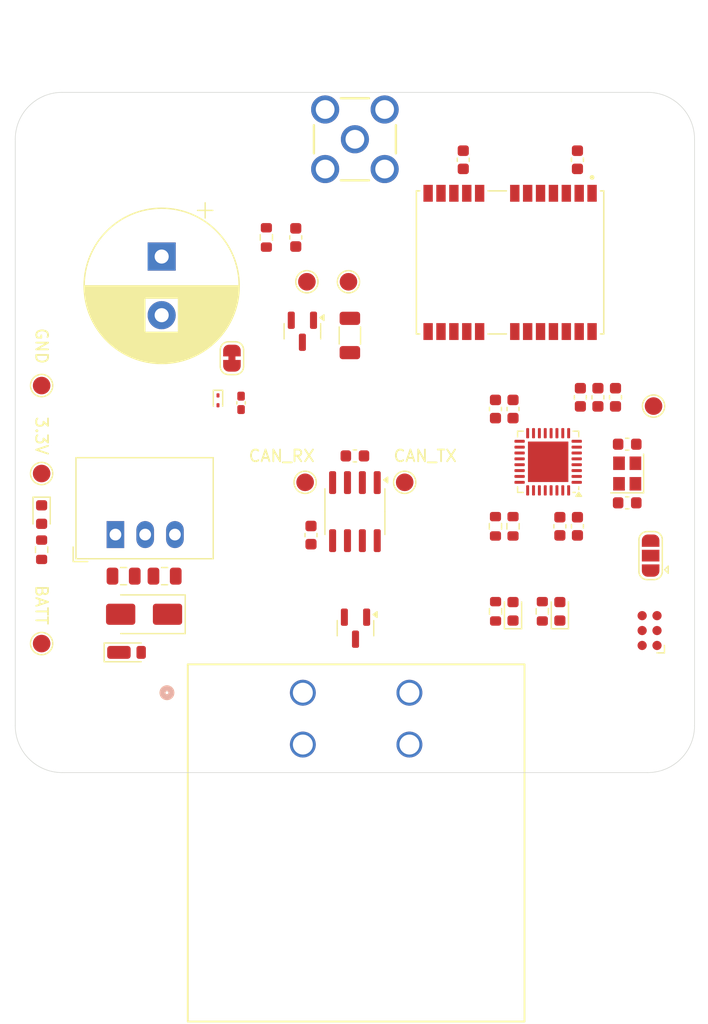
<source format=kicad_pcb>
(kicad_pcb (version 20241229) (generator "pcbnew") (generator_version "9.0")
  (layers (0 "F.Cu" signal) (2 "B.Cu" signal) (13 "F.Paste" user) (15 "B.Paste" user) (5 "F.SilkS" user "F.Silkscreen") (7 "B.SilkS" user "B.Silkscreen") (1 "F.Mask" user) (3 "B.Mask" user) (25 "Edge.Cuts" user))
  (net 0 "")
  (net 1 "+3V3")
  (net 2 "GND")
  (net 3 "/Microcontroller/NRST")
  (net 4 "/Microcontroller/OSC_IN")
  (net 5 "/Microcontroller/OSC_OUT")
  (net 6 "+BATT")
  (net 7 "+3.3V")
  (net 8 "Net-(D1-A)")
  (net 9 "Net-(D2-A)")
  (net 10 "/CAN_N")
  (net 11 "/CAN_P")
  (net 12 "+BATT_BCKP")
  (net 13 "Net-(C14-Pad1)")
  (net 14 "Net-(D6-K)")
  (net 16 "Net-(D4-Pad2)")
  (net 17 "/GPS Module/RF_IN")
  (net 18 "Net-(D8-A)")
  (net 19 "Net-(JP2-A)")
  (net 20 "/UART_MCU_RX")
  (net 21 "/UART_MCU_TX")
  (net 22 "/GPS Module/VCC_RF")
  (net 23 "/GNSS_WAKE_ON_MOTION")
  (net 25 "/GNSS_TIMEPULSE")
  (net 29 "Net-(J2-Pin_2)")
  (net 30 "Net-(J2-Pin_4)")
  (net 31 "/Microcontroller/BOOT0")
  (net 32 "/Microcontroller/SWDIO")
  (net 33 "/Microcontroller/SWCLK")
  (net 34 "/Microcontroller/LED_STATUS_1")
  (net 35 "/Microcontroller/LED_STATUS_2")
  (net 41 "/GNSS_RESET")
  (net 44 "/CAN_TX")
  (net 45 "/CAN_RX")
  (net 52 "/CAN_STANDBY")
  (footprint "can_gps_device:ATF13-4P-BM13_AMP" (layer "F.Cu") (at 150.1049 124.400302)
    (property "Reference" "J1" (hide yes))
    (property "Value" "Conn_01x04")
    (pad "" np_thru_hole circle (at -10.414998 -0.000001) (size 2.3876 2.3876) (drill 2.3876) (layers "*.Cu" "*.Mask"))
    (pad "" np_thru_hole circle (at 10.414998 -0.000001) (size 2.3876 2.3876) (drill 2.3876) (layers "*.Cu" "*.Mask"))
    (pad "1" thru_hole circle (at -4.550001 -2.21) (size 2.2098 2.2098) (drill 1.7018) (layers "*.Cu" "*.Mask") (net 6 "+BATT"))
    (pad "2" thru_hole circle (at 4.550001 -2.21) (size 2.2098 2.2098) (drill 1.7018) (layers "*.Cu" "*.Mask") (net 11 "/CAN_P"))
    (pad "3" thru_hole circle (at -4.550001 2.21) (size 2.2098 2.2098) (drill 1.7018) (layers "*.Cu" "*.Mask") (net 10 "/CAN_N"))
    (pad "4" thru_hole circle (at 4.550001 2.21) (size 2.2098 2.2098) (drill 1.7018) (layers "*.Cu" "*.Mask") (net 2 "GND"))
  )
  (footprint "Connector:Tag-Connect_TC2030-IDC-NL_2x03_P1.27mm_Vertical" (layer "F.Cu") (at 175.16 116.89 90)
    (property "Reference" "J2" (hide yes))
    (property "Value" "TC2030")
    (pad "" np_thru_hole circle (at -2.54 0 90) (size 0.9906 0.9906) (drill 0.9906) (layers "*.Cu" "*.Mask"))
    (pad "" np_thru_hole circle (at 2.54 -1.016 90) (size 0.9906 0.9906) (drill 0.9906) (layers "*.Cu" "*.Mask"))
    (pad "" np_thru_hole circle (at 2.54 1.016 90) (size 0.9906 0.9906) (drill 0.9906) (layers "*.Cu" "*.Mask"))
    (pad "1" connect circle (at -1.27 0.635 90) (size 0.7874 0.7874) (layers "F.Cu" "F.Mask") (net 7 "+3.3V"))
    (pad "2" connect circle (at -1.27 -0.635 90) (size 0.7874 0.7874) (layers "F.Cu" "F.Mask") (net 29 "Net-(J2-Pin_2)"))
    (pad "3" connect circle (at 0 0.635 90) (size 0.7874 0.7874) (layers "F.Cu" "F.Mask") (net 3 "/Microcontroller/NRST"))
    (pad "4" connect circle (at 0 -0.635 90) (size 0.7874 0.7874) (layers "F.Cu" "F.Mask") (net 30 "Net-(J2-Pin_4)"))
    (pad "5" connect circle (at 1.27 0.635 90) (size 0.7874 0.7874) (layers "F.Cu" "F.Mask") (net 2 "GND"))
    (pad "6" connect circle (at 1.27 -0.635 90) (size 0.7874 0.7874) (layers "F.Cu" "F.Mask"))
  )
  (footprint "Resistor_SMD:R_0603_1608Metric" (layer "F.Cu") (at 166 115.25 -90)
    (property "Reference" "R3" (hide yes))
    (property "Value" "1k")
    (pad "1" smd roundrect (at -0.825 0 270) (size 0.8 0.95) (layers "F.Cu" "F.Mask" "F.Paste") (net 34 "/Microcontroller/LED_STATUS_1"))
    (pad "2" smd roundrect (at 0.825 0 270) (size 0.8 0.95) (layers "F.Cu" "F.Mask" "F.Paste") (net 8 "Net-(D1-A)"))
  )
  (footprint "Capacitor_SMD:C_0603_1608Metric" (layer "F.Cu") (at 172.25 97 90)
    (property "Reference" "C2" (hide yes))
    (property "Value" "0.1uF")
    (pad "1" smd roundrect (at -0.775 0 90) (size 0.9 0.95) (layers "F.Cu" "F.Mask" "F.Paste") (net 3 "/Microcontroller/NRST"))
    (pad "2" smd roundrect (at 0.775 0 90) (size 0.9 0.95) (layers "F.Cu" "F.Mask" "F.Paste") (net 2 "GND"))
  )
  (footprint "Package_TO_SOT_SMD:SOT-23" (layer "F.Cu") (at 145.515 91.370215 -90)
    (property "Reference" "D4" (hide yes))
    (property "Value" "BAT54A")
    (pad "1" smd roundrect (at -0.9375 -0.95 270) (size 1.475 0.6) (layers "F.Cu" "F.Mask" "F.Paste"))
    (pad "2" smd roundrect (at -0.9375 0.95 270) (size 1.475 0.6) (layers "F.Cu" "F.Mask" "F.Paste") (net 16 "Net-(D4-Pad2)"))
    (pad "3" smd roundrect (at 0.9375 0 270) (size 1.475 0.6) (layers "F.Cu" "F.Mask" "F.Paste") (net 7 "+3.3V"))
  )
  (footprint "TestPoint:TestPoint_Pad_D1.5mm" (layer "F.Cu") (at 145.75 104.25)
    (property "Reference" "TP2" (hide yes))
    (property "Value" "CAN_RX")
    (pad "1" smd circle (at 0 0) (size 1.5 1.5) (layers "F.Cu" "F.Mask") (net 45 "/CAN_RX"))
  )
  (footprint "TestPoint:TestPoint_Pad_D1.5mm" (layer "F.Cu") (at 145.9 87.150215 -90)
    (property "Reference" "MCU_TX1" (hide yes))
    (property "Value" "TestPoint")
    (pad "1" smd circle (at 0 0 270) (size 1.5 1.5) (layers "F.Cu" "F.Mask") (net 21 "/UART_MCU_TX"))
  )
  (footprint "LED_SMD:LED_0603_1608Metric" (layer "F.Cu") (at 167.5 115.25 90)
    (property "Reference" "D1" (hide yes))
    (property "Value" "Green LED")
    (pad "1" smd roundrect (at -0.7875 0 90) (size 0.875 0.95) (layers "F.Cu" "F.Mask" "F.Paste") (net 2 "GND"))
    (pad "2" smd roundrect (at 0.7875 0 90) (size 0.875 0.95) (layers "F.Cu" "F.Mask" "F.Paste") (net 8 "Net-(D1-A)"))
  )
  (footprint "Crystal:Crystal_SMD_2520-4Pin_2.5x2.0mm" (layer "F.Cu") (at 173.25 103.5 90)
    (property "Reference" "Y1" (hide yes))
    (property "Value" "ECS-160-10-36Q-AES-TR")
    (pad "1" smd rect (at -0.875 0.7 90) (size 1.15 1) (layers "F.Cu" "F.Mask" "F.Paste") (net 4 "/Microcontroller/OSC_IN"))
    (pad "2" smd rect (at 0.875 0.7 90) (size 1.15 1) (layers "F.Cu" "F.Mask" "F.Paste") (net 2 "GND"))
    (pad "3" smd rect (at 0.875 -0.7 90) (size 1.15 1) (layers "F.Cu" "F.Mask" "F.Paste") (net 5 "/Microcontroller/OSC_OUT"))
    (pad "4" smd rect (at -0.875 -0.7 90) (size 1.15 1) (layers "F.Cu" "F.Mask" "F.Paste") (net 2 "GND"))
  )
  (footprint "Converter_DCDC:Converter_DCDC_RECOM_R-78E-0.5_THT" (layer "F.Cu") (at 129.5525 108.7075)
    (property "Reference" "U4" (hide yes))
    (property "Value" "R-78E3.3-0.5")
    (pad "1" thru_hole rect (at 0 0) (size 1.5 2.3) (drill 1) (layers "*.Cu" "*.Mask") (net 14 "Net-(D6-K)"))
    (pad "2" thru_hole oval (at 2.54 0) (size 1.5 2.3) (drill 1) (layers "*.Cu" "*.Mask") (net 2 "GND"))
    (pad "3" thru_hole oval (at 5.08 0) (size 1.5 2.3) (drill 1) (layers "*.Cu" "*.Mask") (net 1 "+3V3"))
  )
  (footprint "Package_TO_SOT_SMD:SOT-23" (layer "F.Cu") (at 150.05 116.6875 -90)
    (property "Reference" "D3" (hide yes))
    (property "Value" "NUP2105L")
    (pad "1" smd roundrect (at -0.9375 -0.95 270) (size 1.475 0.6) (layers "F.Cu" "F.Mask" "F.Paste") (net 11 "/CAN_P"))
    (pad "2" smd roundrect (at -0.9375 0.95 270) (size 1.475 0.6) (layers "F.Cu" "F.Mask" "F.Paste") (net 10 "/CAN_N"))
    (pad "3" smd roundrect (at 0.9375 0 270) (size 1.475 0.6) (layers "F.Cu" "F.Mask" "F.Paste") (net 2 "GND"))
  )
  (footprint "Package_DFN_QFN:QFN-32-1EP_5x5mm_P0.5mm_EP3.45x3.45mm" (layer "F.Cu") (at 166.5 102.5 180)
    (property "Reference" "U1" (hide yes))
    (property "Value" "STM32F042K6Ux")
    (pad "1" smd roundrect (at -2.4375 -1.75 180) (size 0.875 0.25) (layers "F.Cu" "F.Mask" "F.Paste") (net 7 "+3.3V"))
    (pad "2" smd roundrect (at -2.4375 -1.25 180) (size 0.875 0.25) (layers "F.Cu" "F.Mask" "F.Paste") (net 4 "/Microcontroller/OSC_IN"))
    (pad "3" smd roundrect (at -2.4375 -0.75 180) (size 0.875 0.25) (layers "F.Cu" "F.Mask" "F.Paste") (net 5 "/Microcontroller/OSC_OUT"))
    (pad "4" smd roundrect (at -2.4375 -0.25 180) (size 0.875 0.25) (layers "F.Cu" "F.Mask" "F.Paste") (net 3 "/Microcontroller/NRST"))
    (pad "5" smd roundrect (at -2.4375 0.25 180) (size 0.875 0.25) (layers "F.Cu" "F.Mask" "F.Paste") (net 7 "+3.3V"))
    (pad "6" smd roundrect (at -2.4375 0.75 180) (size 0.875 0.25) (layers "F.Cu" "F.Mask" "F.Paste"))
    (pad "7" smd roundrect (at -2.4375 1.25 180) (size 0.875 0.25) (layers "F.Cu" "F.Mask" "F.Paste"))
    (pad "8" smd roundrect (at -2.4375 1.75 180) (size 0.875 0.25) (layers "F.Cu" "F.Mask" "F.Paste"))
    (pad "9" smd roundrect (at -1.75 2.4375 180) (size 0.25 0.875) (layers "F.Cu" "F.Mask" "F.Paste"))
    (pad "10" smd roundrect (at -1.25 2.4375 180) (size 0.25 0.875) (layers "F.Cu" "F.Mask" "F.Paste"))
    (pad "11" smd roundrect (at -0.75 2.4375 180) (size 0.25 0.875) (layers "F.Cu" "F.Mask" "F.Paste"))
    (pad "12" smd roundrect (at -0.25 2.4375 180) (size 0.25 0.875) (layers "F.Cu" "F.Mask" "F.Paste"))
    (pad "13" smd roundrect (at 0.25 2.4375 180) (size 0.25 0.875) (layers "F.Cu" "F.Mask" "F.Paste"))
    (pad "14" smd roundrect (at 0.75 2.4375 180) (size 0.25 0.875) (layers "F.Cu" "F.Mask" "F.Paste") (net 25 "/GNSS_TIMEPULSE"))
    (pad "15" smd roundrect (at 1.25 2.4375 180) (size 0.25 0.875) (layers "F.Cu" "F.Mask" "F.Paste") (net 41 "/GNSS_RESET"))
    (pad "16" smd roundrect (at 1.75 2.4375 180) (size 0.25 0.875) (layers "F.Cu" "F.Mask" "F.Paste") (net 23 "/GNSS_WAKE_ON_MOTION"))
    (pad "17" smd roundrect (at 2.4375 1.75 180) (size 0.875 0.25) (layers "F.Cu" "F.Mask" "F.Paste") (net 7 "+3.3V"))
    (pad "18" smd roundrect (at 2.4375 1.25 180) (size 0.875 0.25) (layers "F.Cu" "F.Mask" "F.Paste"))
    (pad "19" smd roundrect (at 2.4375 0.75 180) (size 0.875 0.25) (layers "F.Cu" "F.Mask" "F.Paste") (net 21 "/UART_MCU_TX"))
    (pad "20" smd roundrect (at 2.4375 0.25 180) (size 0.875 0.25) (layers "F.Cu" "F.Mask" "F.Paste") (net 20 "/UART_MCU_RX"))
    (pad "21" smd roundrect (at 2.4375 -0.25 180) (size 0.875 0.25) (layers "F.Cu" "F.Mask" "F.Paste") (net 45 "/CAN_RX"))
    (pad "22" smd roundrect (at 2.4375 -0.75 180) (size 0.875 0.25) (layers "F.Cu" "F.Mask" "F.Paste") (net 44 "/CAN_TX"))
    (pad "23" smd roundrect (at 2.4375 -1.25 180) (size 0.875 0.25) (layers "F.Cu" "F.Mask" "F.Paste") (net 32 "/Microcontroller/SWDIO"))
    (pad "24" smd roundrect (at 2.4375 -1.75 180) (size 0.875 0.25) (layers "F.Cu" "F.Mask" "F.Paste") (net 33 "/Microcontroller/SWCLK"))
    (pad "25" smd roundrect (at 1.75 -2.4375 180) (size 0.25 0.875) (layers "F.Cu" "F.Mask" "F.Paste") (net 52 "/CAN_STANDBY"))
    (pad "26" smd roundrect (at 1.25 -2.4375 180) (size 0.25 0.875) (layers "F.Cu" "F.Mask" "F.Paste") (net 35 "/Microcontroller/LED_STATUS_2"))
    (pad "27" smd roundrect (at 0.75 -2.4375 180) (size 0.25 0.875) (layers "F.Cu" "F.Mask" "F.Paste") (net 34 "/Microcontroller/LED_STATUS_1"))
    (pad "28" smd roundrect (at 0.25 -2.4375 180) (size 0.25 0.875) (layers "F.Cu" "F.Mask" "F.Paste"))
    (pad "29" smd roundrect (at -0.25 -2.4375 180) (size 0.25 0.875) (layers "F.Cu" "F.Mask" "F.Paste"))
    (pad "30" smd roundrect (at -0.75 -2.4375 180) (size 0.25 0.875) (layers "F.Cu" "F.Mask" "F.Paste"))
    (pad "31" smd roundrect (at -1.25 -2.4375 180) (size 0.25 0.875) (layers "F.Cu" "F.Mask" "F.Paste") (net 31 "/Microcontroller/BOOT0"))
    (pad "32" smd roundrect (at -1.75 -2.4375 180) (size 0.25 0.875) (layers "F.Cu" "F.Mask" "F.Paste"))
    (pad "33" smd rect (at 0 0 180) (size 3.45 3.45) (property pad_prop_heatsink) (layers "F.Cu" "F.Mask") (net 2 "GND"))
  )
  (footprint "Package_SO:SOIC-8_3.9x4.9mm_P1.27mm" (layer "F.Cu") (at 150 106.75 -90)
    (property "Reference" "U2" (hide yes))
    (property "Value" "TCAN3403DRQ1")
    (pad "1" smd roundrect (at -2.475 -1.905 270) (size 1.95 0.6) (layers "F.Cu" "F.Mask" "F.Paste") (net 44 "/CAN_TX"))
    (pad "2" smd roundrect (at -2.475 -0.635 270) (size 1.95 0.6) (layers "F.Cu" "F.Mask" "F.Paste") (net 2 "GND"))
    (pad "3" smd roundrect (at -2.475 0.635 270) (size 1.95 0.6) (layers "F.Cu" "F.Mask" "F.Paste") (net 1 "+3V3"))
    (pad "4" smd roundrect (at -2.475 1.905 270) (size 1.95 0.6) (layers "F.Cu" "F.Mask" "F.Paste") (net 45 "/CAN_RX"))
    (pad "5" smd roundrect (at 2.475 1.905 270) (size 1.95 0.6) (layers "F.Cu" "F.Mask" "F.Paste") (net 1 "+3V3"))
    (pad "6" smd roundrect (at 2.475 0.635 270) (size 1.95 0.6) (layers "F.Cu" "F.Mask" "F.Paste") (net 10 "/CAN_N"))
    (pad "7" smd roundrect (at 2.475 -0.635 270) (size 1.95 0.6) (layers "F.Cu" "F.Mask" "F.Paste") (net 11 "/CAN_P"))
    (pad "8" smd roundrect (at 2.475 -1.905 270) (size 1.95 0.6) (layers "F.Cu" "F.Mask" "F.Paste") (net 52 "/CAN_STANDBY"))
  )
  (footprint "TestPoint:TestPoint_Pad_D1.5mm" (layer "F.Cu") (at 123.25 96)
    (property "Reference" "GND1" (hide yes))
    (property "Value" "TestPoint")
    (pad "1" smd circle (at 0 0) (size 1.5 1.5) (layers "F.Cu" "F.Mask") (net 2 "GND"))
  )
  (footprint "Resistor_SMD:R_1206_3216Metric" (layer "F.Cu") (at 149.57 91.730215 -90)
    (property "Reference" "R5" (hide yes))
    (property "Value" "22 1/2 W 1206")
    (pad "1" smd roundrect (at -1.4625 0 270) (size 1.125 1.75) (layers "F.Cu" "F.Mask" "F.Paste") (roundrect_rratio 0.222222) (net 13 "Net-(C14-Pad1)"))
    (pad "2" smd roundrect (at 1.4625 0 270) (size 1.125 1.75) (layers "F.Cu" "F.Mask" "F.Paste") (roundrect_rratio 0.222222) (net 22 "/GPS Module/VCC_RF"))
  )
  (footprint "Resistor_SMD:R_0603_1608Metric" (layer "F.Cu") (at 162 108 90)
    (property "Reference" "R1" (hide yes))
    (property "Value" "22")
    (pad "1" smd roundrect (at -0.825 0 90) (size 0.8 0.95) (layers "F.Cu" "F.Mask" "F.Paste") (net 29 "Net-(J2-Pin_2)"))
    (pad "2" smd roundrect (at 0.825 0 90) (size 0.8 0.95) (layers "F.Cu" "F.Mask" "F.Paste") (net 32 "/Microcontroller/SWDIO"))
  )
  (footprint "can_gps_device:SAMTEC_SMA-J-P-X-RA-TH1" (layer "F.Cu") (at 150 75 -90)
    (property "Reference" "J3" (hide yes))
    (property "Value" "SMA-J-P-X-RA-TH1")
    (pad "1" thru_hole circle (at 0 0 270) (size 2.4 2.4) (drill 1.6) (layers "*.Cu" "*.Mask") (net 17 "/GPS Module/RF_IN"))
    (pad "2" thru_hole circle (at 2.54 2.54 270) (size 2.4 2.4) (drill 1.6) (layers "*.Cu" "*.Mask") (net 2 "GND"))
    (pad "3" thru_hole circle (at 2.54 -2.54 270) (size 2.4 2.4) (drill 1.6) (layers "*.Cu" "*.Mask") (net 2 "GND"))
    (pad "4" thru_hole circle (at -2.54 -2.54 270) (size 2.4 2.4) (drill 1.6) (layers "*.Cu" "*.Mask") (net 2 "GND"))
    (pad "5" thru_hole circle (at -2.54 2.54 270) (size 2.4 2.4) (drill 1.6) (layers "*.Cu" "*.Mask") (net 2 "GND"))
  )
  (footprint "Inductor_SMD:L_0402_1005Metric_Pad0.77x0.64mm_HandSolder" (layer "F.Cu") (at 140.28 97.475215 -90)
    (property "Reference" "L1" (hide yes))
    (property "Value" "LQG15HN27NJ02D")
    (pad "1" smd roundrect (at -0.5725 0 270) (size 0.765 0.64) (layers "F.Cu" "F.Mask" "F.Paste") (net 17 "/GPS Module/RF_IN"))
    (pad "2" smd roundrect (at 0.5725 0 270) (size 0.765 0.64) (layers "F.Cu" "F.Mask" "F.Paste") (net 13 "Net-(C14-Pad1)"))
  )
  (footprint "Jumper:SolderJumper-2_P1.3mm_Bridged_RoundedPad1.0x1.5mm" (layer "F.Cu") (at 139.5 93.665215 -90)
    (property "Reference" "JP2" (hide yes))
    (property "Value" "Jumper_2_Bridged")
    (fp_poly (pts (xy 0.25 -0.3) (xy -0.25 -0.3) (xy -0.25 0.3) (xy 0.25 0.3)) (fill yes) (layer "F.Cu"))
    (pad "1" smd custom (at -0.65 0 270) (size 1 0.5) (layers "F.Cu" "F.Mask") (net 19 "Net-(JP2-A)") (options (clearance outline) (anchor rect)) (primitives (gr_circle (center 0 0.25) (end 0.5 0.25) (width 0) (fill yes)) (gr_circle (center 0 -0.25) (end 0.5 -0.25) (width 0) (fill yes)) (gr_poly (pts (xy 0.5 0.75) (xy 0 0.75) (xy 0 -0.75) (xy 0.5 -0.75)) (width 0) (fill yes))))
    (pad "2" smd custom (at 0.65 0 270) (size 1 0.5) (layers "F.Cu" "F.Mask") (net 12 "+BATT_BCKP") (options (clearance outline) (anchor rect)) (primitives (gr_circle (center 0 0.25) (end 0.5 0.25) (width 0) (fill yes)) (gr_circle (center 0 -0.25) (end 0.5 -0.25) (width 0) (fill yes)) (gr_poly (pts (xy 0 0.75) (xy -0.5 0.75) (xy -0.5 -0.75) (xy 0 -0.75)) (width 0) (fill yes))))
  )
  (footprint "Resistor_SMD:R_0603_1608Metric" (layer "F.Cu") (at 142.44 83.370215 -90)
    (property "Reference" "R6" (hide yes))
    (property "Value" "470")
    (pad "1" smd roundrect (at -0.825 0 270) (size 0.8 0.95) (layers "F.Cu" "F.Mask" "F.Paste") (net 16 "Net-(D4-Pad2)"))
    (pad "2" smd roundrect (at 0.825 0 270) (size 0.8 0.95) (layers "F.Cu" "F.Mask" "F.Paste") (net 12 "+BATT_BCKP"))
  )
  (footprint "TestPoint:TestPoint_Pad_D1.5mm" (layer "F.Cu") (at 123.25 103.5)
    (property "Reference" "3.3V1" (hide yes))
    (property "Value" "TestPoint")
    (pad "1" smd circle (at 0 0) (size 1.5 1.5) (layers "F.Cu" "F.Mask") (net 1 "+3V3"))
  )
  (footprint "Jumper:SolderJumper-3_P1.3mm_Open_RoundedPad1.0x1.5mm" (layer "F.Cu") (at 175.25 110.5 90)
    (property "Reference" "JP1" (hide yes))
    (property "Value" "Jumper_3_Open")
    (pad "1" smd custom (at -1.3 0 90) (size 1 0.5) (layers "F.Cu" "F.Mask") (net 2 "GND") (options (clearance outline) (anchor rect)) (primitives (gr_circle (center 0 0.25) (end 0.5 0.25) (width 0) (fill yes)) (gr_circle (center 0 -0.25) (end 0.5 -0.25) (width 0) (fill yes)) (gr_poly (pts (xy 0.55 0.75) (xy 0 0.75) (xy 0 -0.75) (xy 0.55 -0.75)) (width 0) (fill yes))))
    (pad "2" smd rect (at 0 0 90) (size 1 1.5) (layers "F.Cu" "F.Mask") (net 31 "/Microcontroller/BOOT0"))
    (pad "3" smd custom (at 1.3 0 90) (size 1 0.5) (layers "F.Cu" "F.Mask") (net 7 "+3.3V") (options (clearance outline) (anchor rect)) (primitives (gr_circle (center 0 0.25) (end 0.5 0.25) (width 0) (fill yes)) (gr_circle (center 0 -0.25) (end 0.5 -0.25) (width 0) (fill yes)) (gr_poly (pts (xy 0 0.75) (xy -0.55 0.75) (xy -0.55 -0.75) (xy 0 -0.75)) (width 0) (fill yes))))
  )
  (footprint "Capacitor_SMD:C_0603_1608Metric" (layer "F.Cu") (at 169.25 97 90)
    (property "Reference" "C7" (hide yes))
    (property "Value" "10nF")
    (pad "1" smd roundrect (at -0.775 0 90) (size 0.9 0.95) (layers "F.Cu" "F.Mask" "F.Paste") (net 7 "+3.3V"))
    (pad "2" smd roundrect (at 0.775 0 90) (size 0.9 0.95) (layers "F.Cu" "F.Mask" "F.Paste") (net 2 "GND"))
  )
  (footprint "MountingHole:MountingHole_3.2mm_M3" (layer "F.Cu") (at 125 75)
    (property "Reference" "H1" (hide yes))
    (property "Value" "MountingHole")
    (pad "" np_thru_hole circle (at 0 0) (size 3.2 3.2) (drill 3.2) (layers "*.Cu" "*.Mask"))
  )
  (footprint "Capacitor_SMD:C_0603_1608Metric" (layer "F.Cu") (at 169 76.75 90)
    (property "Reference" "C12" (hide yes))
    (property "Value" "1uF")
    (pad "1" smd roundrect (at -0.775 0 90) (size 0.9 0.95) (layers "F.Cu" "F.Mask" "F.Paste") (net 1 "+3V3"))
    (pad "2" smd roundrect (at 0.775 0 90) (size 0.9 0.95) (layers "F.Cu" "F.Mask" "F.Paste") (net 2 "GND"))
  )
  (footprint "Capacitor_SMD:C_0603_1608Metric" (layer "F.Cu") (at 144.95 83.370215 -90)
    (property "Reference" "C14" (hide yes))
    (property "Value" "100nF 16V X7R")
    (pad "1" smd roundrect (at -0.775 0 270) (size 0.9 0.95) (layers "F.Cu" "F.Mask" "F.Paste") (net 13 "Net-(C14-Pad1)"))
    (pad "2" smd roundrect (at 0.775 0 270) (size 0.9 0.95) (layers "F.Cu" "F.Mask" "F.Paste") (net 2 "GND"))
  )
  (footprint "Capacitor_SMD:C_0603_1608Metric" (layer "F.Cu") (at 170.75 97 90)
    (property "Reference" "C9" (hide yes))
    (property "Value" "1uF")
    (pad "1" smd roundrect (at -0.775 0 90) (size 0.9 0.95) (layers "F.Cu" "F.Mask" "F.Paste") (net 7 "+3.3V"))
    (pad "2" smd roundrect (at 0.775 0 90) (size 0.9 0.95) (layers "F.Cu" "F.Mask" "F.Paste") (net 2 "GND"))
  )
  (footprint "Diode_SMD:D_SOD-923" (layer "F.Cu") (at 138.31 97.260215 -90)
    (property "Reference" "D5" (hide yes))
    (property "Value" "ESD9R3.3ST5G")
    (pad "1" smd roundrect (at -0.42 0 90) (size 0.36 0.25) (layers "F.Cu" "F.Mask" "F.Paste") (net 2 "GND"))
    (pad "2" smd roundrect (at 0.42 0 90) (size 0.36 0.25) (layers "F.Cu" "F.Mask" "F.Paste") (net 17 "/GPS Module/RF_IN"))
  )
  (footprint "Capacitor_THT:CP_Radial_D13.0mm_P5.00mm" (layer "F.Cu") (at 133.5 85 -90)
    (property "Reference" "C15" (hide yes))
    (property "Value" "FYD0H104ZF")
    (pad "1" thru_hole rect (at 0 0 270) (size 2.4 2.4) (drill 1.2) (layers "*.Cu" "*.Mask") (net 12 "+BATT_BCKP"))
    (pad "2" thru_hole circle (at 5 0 270) (size 2.4 2.4) (drill 1.2) (layers "*.Cu" "*.Mask") (net 2 "GND"))
  )
  (footprint "Diode_SMD:D_SMA" (layer "F.Cu") (at 132 115.5 180)
    (property "Reference" "D7" (hide yes))
    (property "Value" "P4SMAJ28CA-AQ")
    (pad "1" smd roundrect (at -2 0 180) (size 2.5 1.8) (layers "F.Cu" "F.Mask" "F.Paste") (roundrect_rratio 0.1388888889) (net 2 "GND"))
    (pad "2" smd roundrect (at 2 0 180) (size 2.5 1.8) (layers "F.Cu" "F.Mask" "F.Paste") (roundrect_rratio 0.1388888889) (net 14 "Net-(D6-K)"))
  )
  (footprint "Capacitor_SMD:C_0603_1608Metric" (layer "F.Cu") (at 173.25 101)
    (property "Reference" "C6" (hide yes))
    (property "Value" "12pF")
    (pad "1" smd roundrect (at -0.775 0) (size 0.9 0.95) (layers "F.Cu" "F.Mask" "F.Paste") (net 2 "GND"))
    (pad "2" smd roundrect (at 0.775 0) (size 0.9 0.95) (layers "F.Cu" "F.Mask" "F.Paste") (net 4 "/Microcontroller/OSC_IN"))
  )
  (footprint "Capacitor_SMD:C_0603_1608Metric" (layer "F.Cu") (at 169 108 -90)
    (property "Reference" "C3" (hide yes))
    (property "Value" "0.1uF")
    (pad "1" smd roundrect (at -0.775 0 270) (size 0.9 0.95) (layers "F.Cu" "F.Mask" "F.Paste") (net 7 "+3.3V"))
    (pad "2" smd roundrect (at 0.775 0 270) (size 0.9 0.95) (layers "F.Cu" "F.Mask" "F.Paste") (net 2 "GND"))
  )
  (footprint "Capacitor_SMD:C_0805_2012Metric" (layer "F.Cu") (at 133.75 112.25 180)
    (property "Reference" "C17" (hide yes))
    (property "Value" "10uF")
    (pad "1" smd roundrect (at -0.95 0 180) (size 1 1.45) (layers "F.Cu" "F.Mask" "F.Paste") (net 1 "+3V3"))
    (pad "2" smd roundrect (at 0.95 0 180) (size 1 1.45) (layers "F.Cu" "F.Mask" "F.Paste") (net 2 "GND"))
  )
  (footprint "MountingHole:MountingHole_3.2mm_M3" (layer "F.Cu") (at 175 125)
    (property "Reference" "H4" (hide yes))
    (property "Value" "MountingHole")
    (pad "" np_thru_hole circle (at 0 0) (size 3.2 3.2) (drill 3.2) (layers "*.Cu" "*.Mask"))
  )
  (footprint "Capacitor_SMD:C_0603_1608Metric" (layer "F.Cu") (at 162 98 90)
    (property "Reference" "C4" (hide yes))
    (property "Value" "4.7uF")
    (pad "1" smd roundrect (at -0.775 0 90) (size 0.9 0.95) (layers "F.Cu" "F.Mask" "F.Paste") (net 7 "+3.3V"))
    (pad "2" smd roundrect (at 0.775 0 90) (size 0.9 0.95) (layers "F.Cu" "F.Mask" "F.Paste") (net 2 "GND"))
  )
  (footprint "Resistor_SMD:R_0603_1608Metric" (layer "F.Cu") (at 162.01 115.25 -90)
    (property "Reference" "R4" (hide yes))
    (property "Value" "1k")
    (pad "1" smd roundrect (at -0.825 0 270) (size 0.8 0.95) (layers "F.Cu" "F.Mask" "F.Paste") (net 35 "/Microcontroller/LED_STATUS_2"))
    (pad "2" smd roundrect (at 0.825 0 270) (size 0.8 0.95) (layers "F.Cu" "F.Mask" "F.Paste") (net 9 "Net-(D2-A)"))
  )
  (footprint "MountingHole:MountingHole_3.2mm_M3" (layer "F.Cu") (at 175 75)
    (property "Reference" "H2" (hide yes))
    (property "Value" "MountingHole")
    (pad "" np_thru_hole circle (at 0 0) (size 3.2 3.2) (drill 3.2) (layers "*.Cu" "*.Mask"))
  )
  (footprint "LED_SMD:LED_0603_1608Metric" (layer "F.Cu") (at 163.5 115.25 90)
    (property "Reference" "D2" (hide yes))
    (property "Value" "Green LED")
    (pad "1" smd roundrect (at -0.7875 0 90) (size 0.875 0.95) (layers "F.Cu" "F.Mask" "F.Paste") (net 2 "GND"))
    (pad "2" smd roundrect (at 0.7875 0 90) (size 0.875 0.95) (layers "F.Cu" "F.Mask" "F.Paste") (net 9 "Net-(D2-A)"))
  )
  (footprint "Diode_SMD:D_TUMD2" (layer "F.Cu") (at 130.5 118.75)
    (property "Reference" "D6" (hide yes))
    (property "Value" "RSX051VYM30FHTR")
    (pad "1" smd roundrect (at -0.65 0 180) (size 2 1.1) (layers "F.Cu" "F.Mask" "F.Paste") (roundrect_rratio 0.2272727273) (net 14 "Net-(D6-K)"))
    (pad "2" smd roundrect (at 1.25 0 180) (size 0.8 1.1) (layers "F.Cu" "F.Mask" "F.Paste") (net 6 "+BATT"))
  )
  (footprint "Capacitor_SMD:C_0603_1608Metric" (layer "F.Cu") (at 146.25 108.75 90)
    (property "Reference" "C10" (hide yes))
    (property "Value" "0.1uF")
    (pad "1" smd roundrect (at -0.775 0 90) (size 0.9 0.95) (layers "F.Cu" "F.Mask" "F.Paste") (net 1 "+3V3"))
    (pad "2" smd roundrect (at 0.775 0 90) (size 0.9 0.95) (layers "F.Cu" "F.Mask" "F.Paste") (net 2 "GND"))
  )
  (footprint "Resistor_SMD:R_0603_1608Metric" (layer "F.Cu") (at 123.25 110 90)
    (property "Reference" "R7" (hide yes))
    (property "Value" "1k")
    (pad "1" smd roundrect (at -0.825 0 90) (size 0.8 0.95) (layers "F.Cu" "F.Mask" "F.Paste") (net 1 "+3V3"))
    (pad "2" smd roundrect (at 0.825 0 90) (size 0.8 0.95) (layers "F.Cu" "F.Mask" "F.Paste") (net 18 "Net-(D8-A)"))
  )
  (footprint "Capacitor_SMD:C_0603_1608Metric" (layer "F.Cu") (at 167.5 108 -90)
    (property "Reference" "C1" (hide yes))
    (property "Value" "4.7uF")
    (pad "1" smd roundrect (at -0.775 0 270) (size 0.9 0.95) (layers "F.Cu" "F.Mask" "F.Paste") (net 7 "+3.3V"))
    (pad "2" smd roundrect (at 0.775 0 270) (size 0.9 0.95) (layers "F.Cu" "F.Mask" "F.Paste") (net 2 "GND"))
  )
  (footprint "Capacitor_SMD:C_0805_2012Metric" (layer "F.Cu") (at 130.25 112.25)
    (property "Reference" "C16" (hide yes))
    (property "Value" "10uF")
    (pad "1" smd roundrect (at -0.95 0) (size 1 1.45) (layers "F.Cu" "F.Mask" "F.Paste") (net 14 "Net-(D6-K)"))
    (pad "2" smd roundrect (at 0.95 0) (size 1 1.45) (layers "F.Cu" "F.Mask" "F.Paste") (net 2 "GND"))
  )
  (footprint "LED_SMD:LED_0603_1608Metric" (layer "F.Cu") (at 123.25 107 -90)
    (property "Reference" "D8" (hide yes))
    (property "Value" "Green LED")
    (pad "1" smd roundrect (at -0.7875 0 270) (size 0.875 0.95) (layers "F.Cu" "F.Mask" "F.Paste") (net 2 "GND"))
    (pad "2" smd roundrect (at 0.7875 0 270) (size 0.875 0.95) (layers "F.Cu" "F.Mask" "F.Paste") (net 18 "Net-(D8-A)"))
  )
  (footprint "TestPoint:TestPoint_Pad_D1.5mm" (layer "F.Cu") (at 123.25 118)
    (property "Reference" "BATT1" (hide yes))
    (property "Value" "TestPoint")
    (pad "1" smd circle (at 0 0) (size 1.5 1.5) (layers "F.Cu" "F.Mask") (net 6 "+BATT"))
  )
  (footprint "TestPoint:TestPoint_Pad_D1.5mm" (layer "F.Cu") (at 154.25 104.25)
    (property "Reference" "TP1" (hide yes))
    (property "Value" "CAN_TX")
    (pad "1" smd circle (at 0 0) (size 1.5 1.5) (layers "F.Cu" "F.Mask") (net 44 "/CAN_TX"))
  )
  (footprint "Resistor_SMD:R_0603_1608Metric" (layer "F.Cu") (at 163.5 108 90)
    (property "Reference" "R2" (hide yes))
    (property "Value" "22")
    (pad "1" smd roundrect (at -0.825 0 90) (size 0.8 0.95) (layers "F.Cu" "F.Mask" "F.Paste") (net 30 "Net-(J2-Pin_4)"))
    (pad "2" smd roundrect (at 0.825 0 90) (size 0.8 0.95) (layers "F.Cu" "F.Mask" "F.Paste") (net 33 "/Microcontroller/SWCLK"))
  )
  (footprint "TestPoint:TestPoint_Pad_D1.5mm" (layer "F.Cu") (at 149.45 87.150215 -90)
    (property "Reference" "MCU_RX1" (hide yes))
    (property "Value" "TestPoint")
    (pad "1" smd circle (at 0 0 270) (size 1.5 1.5) (layers "F.Cu" "F.Mask") (net 20 "/UART_MCU_RX"))
  )
  (footprint "MountingHole:MountingHole_3.2mm_M3" (layer "F.Cu") (at 125 125)
    (property "Reference" "H3" (hide yes))
    (property "Value" "MountingHole")
    (pad "" np_thru_hole circle (at 0 0) (size 3.2 3.2) (drill 3.2) (layers "*.Cu" "*.Mask"))
  )
  (footprint "can_gps_device:XCVR_NEO-M9V-20B" (layer "F.Cu") (at 163.25 85.5 -90)
    (property "Reference" "U3" (hide yes))
    (property "Value" "NEO-M9V-20B")
    (pad "1" smd rect (at -5.895 -7 270) (size 1.44 0.8) (layers "F.Cu" "F.Mask" "F.Paste"))
    (pad "2" smd rect (at -5.895 -5.9 270) (size 1.44 0.8) (layers "F.Cu" "F.Mask" "F.Paste") (net 1 "+3V3"))
    (pad "3" smd rect (at -5.895 -4.8 270) (size 1.44 0.8) (layers "F.Cu" "F.Mask" "F.Paste") (net 25 "/GNSS_TIMEPULSE"))
    (pad "4" smd rect (at -5.895 -3.7 270) (size 1.44 0.8) (layers "F.Cu" "F.Mask" "F.Paste"))
    (pad "5" smd rect (at -5.895 -2.6 270) (size 1.44 0.8) (layers "F.Cu" "F.Mask" "F.Paste"))
    (pad "6" smd rect (at -5.895 -1.5 270) (size 1.44 0.8) (layers "F.Cu" "F.Mask" "F.Paste"))
    (pad "7" smd rect (at -5.895 -0.4 270) (size 1.44 0.8) (layers "F.Cu" "F.Mask" "F.Paste") (net 2 "GND"))
    (pad "8" smd rect (at -5.895 2.6 270) (size 1.44 0.8) (layers "F.Cu" "F.Mask" "F.Paste") (net 41 "/GNSS_RESET"))
    (pad "9" smd rect (at -5.895 3.7 270) (size 1.44 0.8) (layers "F.Cu" "F.Mask" "F.Paste") (net 22 "/GPS Module/VCC_RF"))
    (pad "10" smd rect (at -5.895 4.8 270) (size 1.44 0.8) (layers "F.Cu" "F.Mask" "F.Paste") (net 2 "GND"))
    (pad "11" smd rect (at -5.895 5.9 270) (size 1.44 0.8) (layers "F.Cu" "F.Mask" "F.Paste") (net 17 "/GPS Module/RF_IN"))
    (pad "12" smd rect (at -5.895 7 270) (size 1.44 0.8) (layers "F.Cu" "F.Mask" "F.Paste") (net 2 "GND"))
    (pad "13" smd rect (at 5.895 7 270) (size 1.44 0.8) (layers "F.Cu" "F.Mask" "F.Paste") (net 2 "GND"))
    (pad "14" smd rect (at 5.895 5.9 270) (size 1.44 0.8) (layers "F.Cu" "F.Mask" "F.Paste") (net 2 "GND"))
    (pad "15" smd rect (at 5.895 4.8 270) (size 1.44 0.8) (layers "F.Cu" "F.Mask" "F.Paste"))
    (pad "16" smd rect (at 5.895 3.7 270) (size 1.44 0.8) (layers "F.Cu" "F.Mask" "F.Paste"))
    (pad "17" smd rect (at 5.895 2.6 270) (size 1.44 0.8) (layers "F.Cu" "F.Mask" "F.Paste") (net 23 "/GNSS_WAKE_ON_MOTION"))
    (pad "18" smd rect (at 5.895 -0.4 270) (size 1.44 0.8) (layers "F.Cu" "F.Mask" "F.Paste"))
    (pad "19" smd rect (at 5.895 -1.5 270) (size 1.44 0.8) (layers "F.Cu" "F.Mask" "F.Paste"))
    (pad "20" smd rect (at 5.895 -2.6 270) (size 1.44 0.8) (layers "F.Cu" "F.Mask" "F.Paste") (net 20 "/UART_MCU_RX"))
    (pad "21" smd rect (at 5.895 -3.7 270) (size 1.44 0.8) (layers "F.Cu" "F.Mask" "F.Paste") (net 21 "/UART_MCU_TX"))
    (pad "22" smd rect (at 5.895 -4.8 270) (size 1.44 0.8) (layers "F.Cu" "F.Mask" "F.Paste") (net 19 "Net-(JP2-A)"))
    (pad "23" smd rect (at 5.895 -5.9 270) (size 1.44 0.8) (layers "F.Cu" "F.Mask" "F.Paste") (net 1 "+3V3"))
    (pad "24" smd rect (at 5.895 -7 270) (size 1.44 0.8) (layers "F.Cu" "F.Mask" "F.Paste") (net 2 "GND"))
  )
  (footprint "Capacitor_SMD:C_0603_1608Metric" (layer "F.Cu") (at 173.25 106)
    (property "Reference" "C8" (hide yes))
    (property "Value" "12pF")
    (pad "1" smd roundrect (at -0.775 0) (size 0.9 0.95) (layers "F.Cu" "F.Mask" "F.Paste") (net 5 "/Microcontroller/OSC_OUT"))
    (pad "2" smd roundrect (at 0.775 0) (size 0.9 0.95) (layers "F.Cu" "F.Mask" "F.Paste") (net 2 "GND"))
  )
  (footprint "Capacitor_SMD:C_0603_1608Metric" (layer "F.Cu") (at 150 102)
    (property "Reference" "C11" (hide yes))
    (property "Value" "0.1uF")
    (pad "1" smd roundrect (at -0.775 0) (size 0.9 0.95) (layers "F.Cu" "F.Mask" "F.Paste") (net 1 "+3V3"))
    (pad "2" smd roundrect (at 0.775 0) (size 0.9 0.95) (layers "F.Cu" "F.Mask" "F.Paste") (net 2 "GND"))
  )
  (footprint "Capacitor_SMD:C_0603_1608Metric" (layer "F.Cu") (at 163.5 98 90)
    (property "Reference" "C5" (hide yes))
    (property "Value" "0.1uF")
    (pad "1" smd roundrect (at -0.775 0 90) (size 0.9 0.95) (layers "F.Cu" "F.Mask" "F.Paste") (net 7 "+3.3V"))
    (pad "2" smd roundrect (at 0.775 0 90) (size 0.9 0.95) (layers "F.Cu" "F.Mask" "F.Paste") (net 2 "GND"))
  )
  (footprint "Capacitor_SMD:C_0603_1608Metric" (layer "F.Cu") (at 159.25 76.75 90)
    (property "Reference" "C13" (hide yes))
    (property "Value" "0.1uF")
    (pad "1" smd roundrect (at -0.775 0 90) (size 0.9 0.95) (layers "F.Cu" "F.Mask" "F.Paste") (net 12 "+BATT_BCKP"))
    (pad "2" smd roundrect (at 0.775 0 90) (size 0.9 0.95) (layers "F.Cu" "F.Mask" "F.Paste") (net 2 "GND"))
  )
  (footprint "TestPoint:TestPoint_Pad_D1.5mm" (layer "F.Cu") (at 175.5 97.75)
    (property "Reference" "RESET1" (hide yes))
    (property "Value" "TestPoint")
    (pad "1" smd circle (at 0 0) (size 1.5 1.5) (layers "F.Cu" "F.Mask") (net 3 "/Microcontroller/NRST"))
  )
  (gr_arc (start 121 75) (mid 122.171573 72.171573) (end 125 71) (stroke (width 0.05)) (layer "Edge.Cuts"))
  (gr_line (start 125 129) (end 175 129) (stroke (width 0.05)) (layer "Edge.Cuts"))
  (gr_arc (start 179 125) (mid 177.828427 127.828427) (end 175 129) (stroke (width 0.05)) (layer "Edge.Cuts"))
  (gr_arc (start 175 71) (mid 177.828427 72.171573) (end 179 75) (stroke (width 0.05)) (layer "Edge.Cuts"))
  (gr_line (start 175 71) (end 125 71) (stroke (width 0.05)) (layer "Edge.Cuts"))
  (gr_line (start 121 75) (end 121 125) (stroke (width 0.05)) (layer "Edge.Cuts"))
  (gr_arc (start 125 129) (mid 122.171573 127.828427) (end 121 125) (stroke (width 0.05)) (layer "Edge.Cuts"))
  (gr_line (start 179 125) (end 179 75) (stroke (width 0.05)) (layer "Edge.Cuts"))
  (gr_text "CAN_RX" (at 143.75 102 0) (layer "F.SilkS") (effects (font (size 1 1))))
  (gr_text "GND" (at 123.25 94.25 270) (layer "F.SilkS") (effects (font (size 1 1)) (justify right)))
  (gr_text "BATT" (at 123.25 116.5 270) (layer "F.SilkS") (effects (font (size 1 1)) (justify right)))
  (gr_text "3.3V" (at 123.25 102 270) (layer "F.SilkS") (effects (font (size 1 1)) (justify right)))
  (gr_text "CAN_TX" (at 156 102 0) (layer "F.SilkS") (effects (font (size 1 1))))
)
</source>
